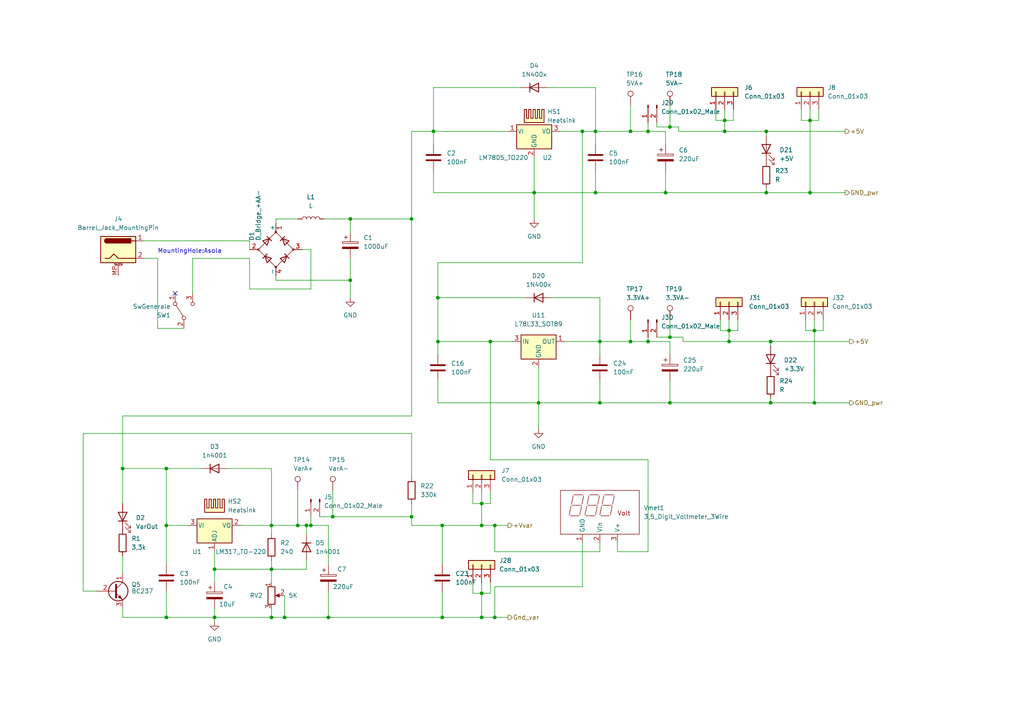
<source format=kicad_sch>
(kicad_sch (version 20211123) (generator eeschema)
  (paper "A4")
  (lib_symbols
    (symbol "Connector:Barrel_Jack_MountingPin" (pin_names hide)
      (property "Reference" "J" (at 0 5.334 0))
      (property "Value" "Barrel_Jack_MountingPin" (at 1.27 -6.35 0))
      (symbol "Barrel_Jack_MountingPin_0_1"
        (rectangle (start -5.08 3.81) (end 5.08 -3.81) (stroke (width 0.254)) (fill (type background)))
        (arc (start -3.302 3.175) (mid -3.937 2.54) (end -3.302 1.905) (stroke (width 0.254)))
        (arc (start -3.302 3.175) (mid -3.937 2.54) (end -3.302 1.905) (stroke (width 0.254)) (fill (type outline)))
        (polyline (pts (xy 5.08 2.54) (xy 3.81 2.54)) (stroke (width 0.254)))
        (polyline (pts (xy -3.81 -2.54) (xy -2.54 -2.54) (xy -1.27 -1.27) (xy 0 -2.54) (xy 2.54 -2.54) (xy 5.08 -2.54)) (stroke (width 0.254)))
        (rectangle (start 3.683 3.175) (end -3.302 1.905) (stroke (width 0.254)) (fill (type outline)))
      )
      (symbol "Barrel_Jack_MountingPin_1_1"
        (polyline (pts (xy -1.016 -4.572) (xy 1.016 -4.572)) (stroke (width 0.1524)))
        (text "Mounting" (at 0 -4.191 0) (effects (font (size 0.381 0.381))))
        (pin passive line (at 7.62 2.54 180) (length 2.54) (name "~") (number "1"))
        (pin passive line (at 7.62 -2.54 180) (length 2.54) (name "~") (number "2"))
        (pin passive line (at 0 -7.62 90) (length 3.048) (name "MountPin") (number "MP"))
      )
    )
    (symbol "Connector:Conn_01x02_Male" (pin_names (offset 1.016) hide)
      (property "Reference" "J" (at 0 2.54 0))
      (property "Value" "Conn_01x02_Male" (at 0 -5.08 0))
      (symbol "Conn_01x02_Male_1_1"
        (polyline (pts (xy 1.27 -2.54) (xy 0.8636 -2.54)) (stroke (width 0.1524)))
        (polyline (pts (xy 1.27 0) (xy 0.8636 0)) (stroke (width 0.1524)))
        (rectangle (start 0.8636 -2.413) (end 0 -2.667) (stroke (width 0.1524)) (fill (type outline)))
        (rectangle (start 0.8636 0.127) (end 0 -0.127) (stroke (width 0.1524)) (fill (type outline)))
        (pin passive line (at 5.08 0 180) (length 3.81) (name "Pin_1") (number "1"))
        (pin passive line (at 5.08 -2.54 180) (length 3.81) (name "Pin_2") (number "2"))
      )
    )
    (symbol "Connector:TestPoint" (pin_numbers hide) (pin_names (offset 0.762) hide)
      (property "Reference" "TP" (at 0 6.858 0))
      (property "Value" "TestPoint" (at 0 5.08 0))
      (symbol "TestPoint_0_1"
        (circle (center 0 3.302) (radius 0.762))
      )
      (symbol "TestPoint_1_1"
        (pin passive line (at 0 0 90) (length 2.54) (name "1") (number "1"))
      )
    )
    (symbol "Connector_Generic:Conn_01x03" (pin_names (offset 1.016) hide)
      (property "Reference" "J" (at 0 5.08 0))
      (property "Value" "Conn_01x03" (at 0 -5.08 0))
      (symbol "Conn_01x03_1_1"
        (rectangle (start -1.27 -2.413) (end 0 -2.667) (stroke (width 0.1524)))
        (rectangle (start -1.27 0.127) (end 0 -0.127) (stroke (width 0.1524)))
        (rectangle (start -1.27 2.667) (end 0 2.413) (stroke (width 0.1524)))
        (rectangle (start -1.27 3.81) (end 1.27 -3.81) (stroke (width 0.254)) (fill (type background)))
        (pin passive line (at -5.08 2.54 0) (length 3.81) (name "Pin_1") (number "1"))
        (pin passive line (at -5.08 0 0) (length 3.81) (name "Pin_2") (number "2"))
        (pin passive line (at -5.08 -2.54 0) (length 3.81) (name "Pin_3") (number "3"))
      )
    )
    (symbol "Device:C" (pin_numbers hide) (pin_names (offset 0.254))
      (property "Reference" "C" (at 0.635 2.54 0))
      (property "Value" "C" (at 0.635 -2.54 0))
      (symbol "C_0_1"
        (polyline (pts (xy -2.032 -0.762) (xy 2.032 -0.762)) (stroke (width 0.508)))
        (polyline (pts (xy -2.032 0.762) (xy 2.032 0.762)) (stroke (width 0.508)))
      )
      (symbol "C_1_1"
        (pin passive line (at 0 3.81 270) (length 2.794) (name "~") (number "1"))
        (pin passive line (at 0 -3.81 90) (length 2.794) (name "~") (number "2"))
      )
    )
    (symbol "Device:C_Polarized" (pin_numbers hide) (pin_names (offset 0.254))
      (property "Reference" "C" (at 0.635 2.54 0))
      (property "Value" "C_Polarized" (at 0.635 -2.54 0))
      (symbol "C_Polarized_0_1"
        (rectangle (start -2.286 0.508) (end 2.286 1.016))
        (polyline (pts (xy -1.778 2.286) (xy -0.762 2.286)))
        (polyline (pts (xy -1.27 2.794) (xy -1.27 1.778)))
        (rectangle (start 2.286 -0.508) (end -2.286 -1.016) (fill (type outline)))
      )
      (symbol "C_Polarized_1_1"
        (pin passive line (at 0 3.81 270) (length 2.794) (name "~") (number "1"))
        (pin passive line (at 0 -3.81 90) (length 2.794) (name "~") (number "2"))
      )
    )
    (symbol "Device:D" (pin_numbers hide) (pin_names (offset 1.016) hide)
      (property "Reference" "D" (at 0 2.54 0))
      (property "Value" "D" (at 0 -2.54 0))
      (symbol "D_0_1"
        (polyline (pts (xy -1.27 1.27) (xy -1.27 -1.27)) (stroke (width 0.254)))
        (polyline (pts (xy 1.27 0) (xy -1.27 0)))
        (polyline (pts (xy 1.27 1.27) (xy 1.27 -1.27) (xy -1.27 0) (xy 1.27 1.27)) (stroke (width 0.254)))
      )
      (symbol "D_1_1"
        (pin passive line (at -3.81 0 0) (length 2.54) (name "K") (number "1"))
        (pin passive line (at 3.81 0 180) (length 2.54) (name "A") (number "2"))
      )
    )
    (symbol "Device:D_Bridge_+AA-" (pin_names (offset 0))
      (property "Reference" "D" (at 2.54 6.985 0))
      (property "Value" "D_Bridge_+AA-" (at 2.54 5.08 0))
      (symbol "D_Bridge_+AA-_0_1"
        (circle (center -5.08 0) (radius 0.254) (fill (type outline)))
        (circle (center 0 -5.08) (radius 0.254) (fill (type outline)))
        (polyline (pts (xy -2.54 3.81) (xy -1.27 2.54)) (stroke (width 0.254)))
        (polyline (pts (xy -1.27 -2.54) (xy -2.54 -3.81)) (stroke (width 0.254)))
        (polyline (pts (xy 2.54 -1.27) (xy 3.81 -2.54)) (stroke (width 0.254)))
        (polyline (pts (xy 2.54 1.27) (xy 3.81 2.54)) (stroke (width 0.254)))
        (polyline (pts (xy -3.81 2.54) (xy -2.54 1.27) (xy -1.905 3.175) (xy -3.81 2.54)) (stroke (width 0.254)))
        (polyline (pts (xy -2.54 -1.27) (xy -3.81 -2.54) (xy -1.905 -3.175) (xy -2.54 -1.27)) (stroke (width 0.254)))
        (polyline (pts (xy 1.27 2.54) (xy 2.54 3.81) (xy 3.175 1.905) (xy 1.27 2.54)) (stroke (width 0.254)))
        (polyline (pts (xy 3.175 -1.905) (xy 1.27 -2.54) (xy 2.54 -3.81) (xy 3.175 -1.905)) (stroke (width 0.254)))
        (polyline (pts (xy -5.08 0) (xy 0 -5.08) (xy 5.08 0) (xy 0 5.08) (xy -5.08 0)))
        (circle (center 0 5.08) (radius 0.254) (fill (type outline)))
        (circle (center 5.08 0) (radius 0.254) (fill (type outline)))
      )
      (symbol "D_Bridge_+AA-_1_1"
        (pin passive line (at 7.62 0 180) (length 2.54) (name "+") (number "1"))
        (pin passive line (at 0 7.62 270) (length 2.54) (name "~") (number "2"))
        (pin passive line (at 0 -7.62 90) (length 2.54) (name "~") (number "3"))
        (pin passive line (at -7.62 0 0) (length 2.54) (name "-") (number "4"))
      )
    )
    (symbol "Device:L" (pin_numbers hide) (pin_names (offset 1.016) hide)
      (property "Reference" "L" (at -1.27 0 90))
      (property "Value" "L" (at 1.905 0 90))
      (symbol "L_0_1"
        (arc (start 0 -2.54) (mid 0.635 -1.905) (end 0 -1.27))
        (arc (start 0 -1.27) (mid 0.635 -0.635) (end 0 0))
        (arc (start 0 0) (mid 0.635 0.635) (end 0 1.27))
        (arc (start 0 1.27) (mid 0.635 1.905) (end 0 2.54))
      )
      (symbol "L_1_1"
        (pin passive line (at 0 3.81 270) (length 1.27) (name "1") (number "1"))
        (pin passive line (at 0 -3.81 90) (length 1.27) (name "2") (number "2"))
      )
    )
    (symbol "Device:LED" (pin_numbers hide) (pin_names (offset 1.016) hide)
      (property "Reference" "D" (at 0 2.54 0))
      (property "Value" "LED" (at 0 -2.54 0))
      (symbol "LED_0_1"
        (polyline (pts (xy -1.27 -1.27) (xy -1.27 1.27)) (stroke (width 0.254)))
        (polyline (pts (xy -1.27 0) (xy 1.27 0)))
        (polyline (pts (xy 1.27 -1.27) (xy 1.27 1.27) (xy -1.27 0) (xy 1.27 -1.27)) (stroke (width 0.254)))
        (polyline (pts (xy -3.048 -0.762) (xy -4.572 -2.286) (xy -3.81 -2.286) (xy -4.572 -2.286) (xy -4.572 -1.524)))
        (polyline (pts (xy -1.778 -0.762) (xy -3.302 -2.286) (xy -2.54 -2.286) (xy -3.302 -2.286) (xy -3.302 -1.524)))
      )
      (symbol "LED_1_1"
        (pin passive line (at -3.81 0 0) (length 2.54) (name "K") (number "1"))
        (pin passive line (at 3.81 0 180) (length 2.54) (name "A") (number "2"))
      )
    )
    (symbol "Device:R" (pin_numbers hide) (pin_names (offset 0))
      (property "Reference" "R" (at 2.032 0 90))
      (property "Value" "R" (at 0 0 90))
      (symbol "R_0_1"
        (rectangle (start -1.016 -2.54) (end 1.016 2.54) (stroke (width 0.254)))
      )
      (symbol "R_1_1"
        (pin passive line (at 0 3.81 270) (length 1.27) (name "~") (number "1"))
        (pin passive line (at 0 -3.81 90) (length 1.27) (name "~") (number "2"))
      )
    )
    (symbol "Device:R_Potentiometer" (pin_names (offset 1.016) hide)
      (property "Reference" "RV" (at -4.445 0 90))
      (property "Value" "R_Potentiometer" (at -2.54 0 90))
      (symbol "R_Potentiometer_0_1"
        (polyline (pts (xy 2.54 0) (xy 1.524 0)))
        (polyline (pts (xy 1.143 0) (xy 2.286 0.508) (xy 2.286 -0.508) (xy 1.143 0)) (fill (type outline)))
        (rectangle (start 1.016 2.54) (end -1.016 -2.54) (stroke (width 0.254)))
      )
      (symbol "R_Potentiometer_1_1"
        (pin passive line (at 0 3.81 270) (length 1.27) (name "1") (number "1"))
        (pin passive line (at 3.81 0 180) (length 1.27) (name "2") (number "2"))
        (pin passive line (at 0 -3.81 90) (length 1.27) (name "3") (number "3"))
      )
    )
    (symbol "DigitalInstruments:3,5_Digit_Voltmeter_3Wire"
      (property "Reference" "Vmet" (at 0 12.192 0))
      (property "Value" "3,5_Digit_Voltmeter_3Wire" (at 0.381 9.525 0))
      (symbol "3,5_Digit_Voltmeter_3Wire_0_0"
        (text "Volt" (at 6.985 1.016 0) (effects (font (size 1.27 1.27))))
      )
      (symbol "3,5_Digit_Voltmeter_3Wire_0_1"
        (rectangle (start -11.43 7.62) (end 11.43 -5.08))
        (polyline (pts (xy -8.89 0.508) (xy -8.382 3.048)))
        (polyline (pts (xy -7.747 6.096) (xy -8.255 3.556)))
        (polyline (pts (xy -7.493 6.35) (xy -4.953 6.35)))
        (polyline (pts (xy -6.096 0.254) (xy -8.636 0.254)))
        (polyline (pts (xy -5.842 0.508) (xy -5.334 3.048)))
        (polyline (pts (xy -5.461 3.302) (xy -8.001 3.302)))
        (polyline (pts (xy -4.699 6.096) (xy -5.207 3.556)))
        (polyline (pts (xy -4.318 0.508) (xy -3.81 3.048)))
        (polyline (pts (xy -3.175 6.096) (xy -3.683 3.556)))
        (polyline (pts (xy -2.921 6.35) (xy -0.381 6.35)))
        (polyline (pts (xy -1.524 0.254) (xy -4.064 0.254)))
        (polyline (pts (xy -1.27 0.508) (xy -0.762 3.048)))
        (polyline (pts (xy -0.889 3.302) (xy -3.429 3.302)))
        (polyline (pts (xy -0.127 6.096) (xy -0.635 3.556)))
        (polyline (pts (xy 0 0.508) (xy 0.508 3.048)))
        (polyline (pts (xy 1.143 6.096) (xy 0.635 3.556)))
        (polyline (pts (xy 1.397 6.35) (xy 3.937 6.35)))
        (polyline (pts (xy 2.794 0.254) (xy 0.254 0.254)))
        (polyline (pts (xy 3.048 0.508) (xy 3.556 3.048)))
        (polyline (pts (xy 3.429 3.302) (xy 0.889 3.302)))
        (polyline (pts (xy 4.191 6.096) (xy 3.683 3.556)))
      )
      (symbol "3,5_Digit_Voltmeter_3Wire_1_1"
        (pin power_in line (at -5.08 -7.62 90) (length 2.54) (name "GND") (number "1"))
        (pin input line (at 0 -7.62 90) (length 2.54) (name "Vin") (number "2"))
        (pin power_in line (at 5.08 -7.62 90) (length 2.54) (name "V+") (number "3"))
      )
    )
    (symbol "GND_1" (power) (pin_names (offset 0))
      (property "Value" "GND_1" (at 0 -3.81 0))
      (symbol "GND_1_0_1"
        (polyline (pts (xy 0 0) (xy 0 -1.27) (xy 1.27 -1.27) (xy 0 -2.54) (xy -1.27 -1.27) (xy 0 -1.27)))
      )
      (symbol "GND_1_1_1"
        (pin power_in line (at 0 0 270) (length 0) hide (name "GND") (number "1"))
      )
    )
    (symbol "Mechanical:Heatsink" (pin_names (offset 1.016))
      (property "Reference" "HS" (at 0 5.08 0))
      (property "Value" "Heatsink" (at 0 -1.27 0))
      (symbol "Heatsink_0_1"
        (polyline (pts (xy -0.3302 1.27) (xy -0.9652 1.27) (xy -0.9652 3.81) (xy -1.6002 3.81) (xy -1.6002 1.27) (xy -2.2352 1.27) (xy -2.2352 3.81) (xy -2.8702 3.81) (xy -2.8702 0) (xy -0.9652 0)) (stroke (width 0.254)) (fill (type background)))
        (polyline (pts (xy -0.3302 1.27) (xy -0.3302 3.81) (xy 0.3048 3.81) (xy 0.3048 1.27) (xy 0.9398 1.27) (xy 0.9398 3.81) (xy 1.5748 3.81) (xy 1.5748 1.27) (xy 2.2098 1.27) (xy 2.2098 3.81) (xy 2.8448 3.81) (xy 2.8448 0) (xy -0.9652 0)) (stroke (width 0.254)) (fill (type background)))
      )
    )
    (symbol "Regulator_Linear:L78L33_SOT89" (pin_names (offset 0.254))
      (property "Reference" "U" (at -3.81 3.175 0))
      (property "Value" "L78L33_SOT89" (at -0.635 3.175 0))
      (symbol "L78L33_SOT89_0_1"
        (rectangle (start -5.08 1.905) (end 5.08 -5.08) (stroke (width 0.254)) (fill (type background)))
      )
      (symbol "L78L33_SOT89_1_1"
        (pin power_out line (at 7.62 0 180) (length 2.54) (name "OUT") (number "1"))
        (pin power_in line (at 0 -7.62 90) (length 2.54) (name "GND") (number "2"))
        (pin power_in line (at -7.62 0 0) (length 2.54) (name "IN") (number "3"))
      )
    )
    (symbol "Regulator_Linear:LM317_TO-220" (pin_names (offset 0.254))
      (property "Reference" "U" (at -3.81 3.175 0))
      (property "Value" "LM317_TO-220" (at 0 3.175 0))
      (symbol "LM317_TO-220_0_1"
        (rectangle (start -5.08 1.905) (end 5.08 -5.08) (stroke (width 0.254)) (fill (type background)))
      )
      (symbol "LM317_TO-220_1_1"
        (pin input line (at 0 -7.62 90) (length 2.54) (name "ADJ") (number "1"))
        (pin power_out line (at 7.62 0 180) (length 2.54) (name "VO") (number "2"))
        (pin power_in line (at -7.62 0 0) (length 2.54) (name "VI") (number "3"))
      )
    )
    (symbol "Regulator_Linear:LM7805_TO220" (pin_names (offset 0.254))
      (property "Reference" "U" (at -3.81 3.175 0))
      (property "Value" "LM7805_TO220" (at 0 3.175 0))
      (symbol "LM7805_TO220_0_1"
        (rectangle (start -5.08 1.905) (end 5.08 -5.08) (stroke (width 0.254)) (fill (type background)))
      )
      (symbol "LM7805_TO220_1_1"
        (pin power_in line (at -7.62 0 0) (length 2.54) (name "VI") (number "1"))
        (pin power_in line (at 0 -7.62 90) (length 2.54) (name "GND") (number "2"))
        (pin power_out line (at 7.62 0 180) (length 2.54) (name "VO") (number "3"))
      )
    )
    (symbol "Switch:SW_SPDT" (pin_names (offset 0) hide)
      (property "Reference" "SW" (at 0 4.318 0))
      (property "Value" "SW_SPDT" (at 0 -5.08 0))
      (symbol "SW_SPDT_0_0"
        (circle (center -2.032 0) (radius 0.508))
        (circle (center 2.032 -2.54) (radius 0.508))
      )
      (symbol "SW_SPDT_0_1"
        (polyline (pts (xy -1.524 0.254) (xy 1.651 2.286)))
        (circle (center 2.032 2.54) (radius 0.508))
      )
      (symbol "SW_SPDT_1_1"
        (pin passive line (at 5.08 2.54 180) (length 2.54) (name "A") (number "1"))
        (pin passive line (at -5.08 0 0) (length 2.54) (name "B") (number "2"))
        (pin passive line (at 5.08 -2.54 180) (length 2.54) (name "C") (number "3"))
      )
    )
    (symbol "Transistor_BJT:BC237" (pin_names (offset 0) hide)
      (property "Reference" "Q" (at 5.08 1.905 0))
      (property "Value" "BC237" (at 5.08 0 0))
      (symbol "BC237_0_1"
        (polyline (pts (xy 0 0) (xy 0.635 0)))
        (polyline (pts (xy 0.635 0.635) (xy 2.54 2.54)))
        (polyline (pts (xy 0.635 -0.635) (xy 2.54 -2.54) (xy 2.54 -2.54)))
        (polyline (pts (xy 0.635 1.905) (xy 0.635 -1.905) (xy 0.635 -1.905)) (stroke (width 0.508)))
        (polyline (pts (xy 1.27 -1.778) (xy 1.778 -1.27) (xy 2.286 -2.286) (xy 1.27 -1.778) (xy 1.27 -1.778)) (fill (type outline)))
        (circle (center 1.27 0) (radius 2.8194) (stroke (width 0.254)))
      )
      (symbol "BC237_1_1"
        (pin passive line (at 2.54 5.08 270) (length 2.54) (name "C") (number "1"))
        (pin input line (at -5.08 0 0) (length 5.08) (name "B") (number "2"))
        (pin passive line (at 2.54 -5.08 90) (length 2.54) (name "E") (number "3"))
      )
    )
    (symbol "power:GND" (power) (pin_names (offset 0))
      (property "Value" "GND" (at 0 -3.81 0))
      (symbol "GND_0_1"
        (polyline (pts (xy 0 0) (xy 0 -1.27) (xy 1.27 -1.27) (xy 0 -2.54) (xy -1.27 -1.27) (xy 0 -1.27)))
      )
      (symbol "GND_1_1"
        (pin power_in line (at 0 0 270) (length 0) hide (name "GND") (number "1"))
      )
    )
  )
  (junction (at 222.25 55.88))
  (junction (at 95.25 179.07))
  (junction (at 139.7 146.05))
  (junction (at 48.26 152.4))
  (junction (at 211.455 99.06))
  (junction (at 234.95 55.88))
  (junction (at 168.91 38.1))
  (junction (at 154.94 55.88))
  (junction (at 86.36 152.4))
  (junction (at 236.22 95.885))
  (junction (at 90.17 152.4))
  (junction (at 101.6 63.5))
  (junction (at 182.88 99.06))
  (junction (at 223.52 116.84))
  (junction (at 173.99 99.06))
  (junction (at 211.455 95.885))
  (junction (at 62.23 179.07))
  (junction (at 173.99 116.84))
  (junction (at 82.55 179.07))
  (junction (at 48.26 135.89))
  (junction (at 88.9 152.4))
  (junction (at 210.185 38.1))
  (junction (at 193.04 55.88))
  (junction (at 210.185 34.925))
  (junction (at 182.88 38.1))
  (junction (at 119.38 149.86))
  (junction (at 62.23 165.1))
  (junction (at 48.26 179.07))
  (junction (at 187.96 99.06))
  (junction (at 35.56 135.89))
  (junction (at 78.74 179.07))
  (junction (at 128.27 152.4))
  (junction (at 143.51 179.07))
  (junction (at 139.7 152.4))
  (junction (at 139.7 179.07))
  (junction (at 194.31 36.83))
  (junction (at 223.52 99.06))
  (junction (at 172.72 55.88))
  (junction (at 96.52 149.86))
  (junction (at 187.96 38.1))
  (junction (at 125.73 38.1))
  (junction (at 142.24 99.06))
  (junction (at 236.22 116.84))
  (junction (at 127 99.06))
  (junction (at 127 86.36))
  (junction (at 78.74 165.1))
  (junction (at 119.38 63.5))
  (junction (at 156.21 116.84))
  (junction (at 139.7 172.085))
  (junction (at 78.74 152.4))
  (junction (at 128.27 179.07))
  (junction (at 172.72 38.1))
  (junction (at 194.31 97.79))
  (junction (at 101.6 81.28))
  (junction (at 194.31 116.84))
  (junction (at 234.95 34.925))
  (junction (at 143.51 152.4))
  (junction (at 222.25 38.1))
  (no_connect (at 50.8 85.09))
  (wire (pts (xy 211.455 92.71) (xy 211.455 95.885)))
  (wire (pts (xy 168.91 76.2) (xy 127 76.2)))
  (wire (pts (xy 182.88 38.1) (xy 187.96 38.1)))
  (wire (pts (xy 139.7 172.085) (xy 139.7 179.07)))
  (wire (pts (xy 101.6 63.5) (xy 119.38 63.5)))
  (wire (pts (xy 172.72 38.1) (xy 172.72 41.91)))
  (wire (pts (xy 125.73 41.91) (xy 125.73 38.1)))
  (wire (pts (xy 90.17 83.82) (xy 90.17 72.39)))
  (wire (pts (xy 143.51 170.18) (xy 168.91 170.18)))
  (wire (pts (xy 93.98 63.5) (xy 101.6 63.5)))
  (wire (pts (xy 237.49 31.75) (xy 237.49 34.925)))
  (wire (pts (xy 139.7 142.875) (xy 139.7 146.05)))
  (wire (pts (xy 35.56 120.65) (xy 35.56 135.89)))
  (wire (pts (xy 142.24 133.35) (xy 187.96 133.35)))
  (wire (pts (xy 137.16 168.91) (xy 137.16 172.085)))
  (wire (pts (xy 35.56 135.89) (xy 35.56 146.05)))
  (wire (pts (xy 173.99 116.84) (xy 194.31 116.84)))
  (wire (pts (xy 127 116.84) (xy 156.21 116.84)))
  (wire (pts (xy 168.91 157.48) (xy 168.91 170.18)))
  (wire (pts (xy 212.725 31.75) (xy 212.725 34.925)))
  (wire (pts (xy 211.455 95.885) (xy 213.995 95.885)))
  (wire (pts (xy 80.01 81.28) (xy 101.6 81.28)))
  (wire (pts (xy 139.7 146.05) (xy 139.7 152.4)))
  (wire (pts (xy 86.36 152.4) (xy 88.9 152.4)))
  (wire (pts (xy 142.24 99.06) (xy 142.24 133.35)))
  (wire (pts (xy 210.185 31.75) (xy 210.185 34.925)))
  (wire (pts (xy 234.95 55.88) (xy 245.11 55.88)))
  (wire (pts (xy 223.52 115.57) (xy 223.52 116.84)))
  (wire (pts (xy 193.04 38.1) (xy 193.04 41.91)))
  (wire (pts (xy 194.31 99.06) (xy 194.31 102.87)))
  (wire (pts (xy 24.13 125.73) (xy 24.13 171.45)))
  (wire (pts (xy 173.99 110.49) (xy 173.99 116.84)))
  (wire (pts (xy 119.38 125.73) (xy 24.13 125.73)))
  (wire (pts (xy 48.26 152.4) (xy 54.61 152.4)))
  (wire (pts (xy 125.73 49.53) (xy 125.73 55.88)))
  (wire (pts (xy 119.38 152.4) (xy 128.27 152.4)))
  (wire (pts (xy 222.25 55.88) (xy 234.95 55.88)))
  (wire (pts (xy 210.185 34.925) (xy 210.185 38.1)))
  (wire (pts (xy 222.25 38.1) (xy 245.11 38.1)))
  (wire (pts (xy 158.75 25.4) (xy 172.72 25.4)))
  (wire (pts (xy 223.52 99.06) (xy 223.52 100.33)))
  (wire (pts (xy 143.51 170.18) (xy 143.51 179.07)))
  (wire (pts (xy 137.16 172.085) (xy 139.7 172.085)))
  (wire (pts (xy 142.24 142.875) (xy 142.24 146.05)))
  (wire (pts (xy 173.99 157.48) (xy 173.99 160.02)))
  (wire (pts (xy 156.21 116.84) (xy 156.21 124.46)))
  (wire (pts (xy 198.12 99.06) (xy 211.455 99.06)))
  (wire (pts (xy 139.7 168.91) (xy 139.7 172.085)))
  (wire (pts (xy 128.27 179.07) (xy 139.7 179.07)))
  (wire (pts (xy 92.71 149.86) (xy 96.52 149.86)))
  (wire (pts (xy 194.31 97.79) (xy 198.12 97.79)))
  (wire (pts (xy 236.22 116.84) (xy 246.38 116.84)))
  (wire (pts (xy 35.56 161.29) (xy 35.56 166.37)))
  (wire (pts (xy 125.73 38.1) (xy 147.32 38.1)))
  (wire (pts (xy 168.91 38.1) (xy 168.91 76.2)))
  (wire (pts (xy 187.96 160.02) (xy 179.07 160.02)))
  (wire (pts (xy 187.96 133.35) (xy 187.96 160.02)))
  (wire (pts (xy 128.27 152.4) (xy 128.27 163.83)))
  (wire (pts (xy 127 102.87) (xy 127 99.06)))
  (wire (pts (xy 88.9 152.4) (xy 88.9 154.94)))
  (wire (pts (xy 86.36 142.24) (xy 86.36 152.4)))
  (wire (pts (xy 86.36 63.5) (xy 80.01 63.5)))
  (wire (pts (xy 142.24 168.91) (xy 142.24 172.085)))
  (wire (pts (xy 78.74 176.53) (xy 78.74 179.07)))
  (wire (pts (xy 194.31 92.71) (xy 194.31 97.79)))
  (wire (pts (xy 119.38 120.65) (xy 35.56 120.65)))
  (wire (pts (xy 78.74 162.56) (xy 78.74 165.1)))
  (wire (pts (xy 143.51 179.07) (xy 147.32 179.07)))
  (wire (pts (xy 62.23 160.02) (xy 62.23 165.1)))
  (wire (pts (xy 119.38 63.5) (xy 119.38 120.65)))
  (wire (pts (xy 119.38 149.86) (xy 119.38 152.4)))
  (wire (pts (xy 151.13 25.4) (xy 125.73 25.4)))
  (wire (pts (xy 198.12 97.79) (xy 198.12 99.06)))
  (wire (pts (xy 207.645 34.925) (xy 210.185 34.925)))
  (wire (pts (xy 90.17 149.86) (xy 90.17 152.4)))
  (wire (pts (xy 95.25 152.4) (xy 95.25 163.83)))
  (wire (pts (xy 152.4 86.36) (xy 127 86.36)))
  (wire (pts (xy 88.9 152.4) (xy 90.17 152.4)))
  (wire (pts (xy 137.16 146.05) (xy 139.7 146.05)))
  (wire (pts (xy 234.95 31.75) (xy 234.95 34.925)))
  (wire (pts (xy 173.99 99.06) (xy 173.99 102.87)))
  (wire (pts (xy 168.91 38.1) (xy 172.72 38.1)))
  (wire (pts (xy 90.17 152.4) (xy 95.25 152.4)))
  (wire (pts (xy 236.22 92.71) (xy 236.22 95.885)))
  (wire (pts (xy 35.56 176.53) (xy 35.56 179.07)))
  (wire (pts (xy 182.88 30.48) (xy 182.88 38.1)))
  (wire (pts (xy 119.38 146.05) (xy 119.38 149.86)))
  (wire (pts (xy 236.22 95.885) (xy 238.76 95.885)))
  (wire (pts (xy 35.56 135.89) (xy 48.26 135.89)))
  (wire (pts (xy 194.31 36.83) (xy 194.31 30.48)))
  (wire (pts (xy 41.91 69.85) (xy 72.39 69.85)))
  (wire (pts (xy 69.85 152.4) (xy 78.74 152.4)))
  (wire (pts (xy 72.39 83.82) (xy 90.17 83.82)))
  (wire (pts (xy 234.95 34.925) (xy 237.49 34.925)))
  (wire (pts (xy 78.74 152.4) (xy 78.74 135.89)))
  (wire (pts (xy 222.25 38.1) (xy 222.25 39.37)))
  (wire (pts (xy 101.6 74.93) (xy 101.6 81.28)))
  (wire (pts (xy 211.455 99.06) (xy 223.52 99.06)))
  (wire (pts (xy 211.455 95.885) (xy 211.455 99.06)))
  (wire (pts (xy 78.74 152.4) (xy 78.74 154.94)))
  (wire (pts (xy 232.41 31.75) (xy 232.41 34.925)))
  (wire (pts (xy 194.31 116.84) (xy 223.52 116.84)))
  (wire (pts (xy 48.26 179.07) (xy 62.23 179.07)))
  (wire (pts (xy 173.99 99.06) (xy 182.88 99.06)))
  (wire (pts (xy 125.73 25.4) (xy 125.73 38.1)))
  (wire (pts (xy 90.17 72.39) (xy 87.63 72.39)))
  (wire (pts (xy 96.52 149.86) (xy 119.38 149.86)))
  (wire (pts (xy 156.21 106.68) (xy 156.21 116.84)))
  (wire (pts (xy 119.38 38.1) (xy 119.38 63.5)))
  (wire (pts (xy 143.51 152.4) (xy 147.32 152.4)))
  (wire (pts (xy 55.88 74.93) (xy 72.39 74.93)))
  (wire (pts (xy 35.56 179.07) (xy 48.26 179.07)))
  (wire (pts (xy 101.6 81.28) (xy 101.6 86.36)))
  (wire (pts (xy 190.5 97.79) (xy 194.31 97.79)))
  (wire (pts (xy 72.39 74.93) (xy 72.39 83.82)))
  (wire (pts (xy 233.68 92.71) (xy 233.68 95.885)))
  (wire (pts (xy 187.96 35.56) (xy 187.96 38.1)))
  (wire (pts (xy 101.6 63.5) (xy 101.6 67.31)))
  (wire (pts (xy 187.96 38.1) (xy 193.04 38.1)))
  (wire (pts (xy 119.38 38.1) (xy 125.73 38.1)))
  (wire (pts (xy 78.74 165.1) (xy 62.23 165.1)))
  (wire (pts (xy 172.72 38.1) (xy 182.88 38.1)))
  (wire (pts (xy 88.9 165.1) (xy 88.9 162.56)))
  (wire (pts (xy 95.25 179.07) (xy 95.25 171.45)))
  (wire (pts (xy 80.01 80.01) (xy 80.01 81.28)))
  (wire (pts (xy 48.26 152.4) (xy 48.26 163.83)))
  (wire (pts (xy 48.26 135.89) (xy 48.26 152.4)))
  (wire (pts (xy 196.85 38.1) (xy 210.185 38.1)))
  (wire (pts (xy 236.22 95.885) (xy 236.22 116.84)))
  (wire (pts (xy 80.01 63.5) (xy 80.01 64.77)))
  (wire (pts (xy 127 110.49) (xy 127 116.84)))
  (wire (pts (xy 78.74 179.07) (xy 82.55 179.07)))
  (wire (pts (xy 187.96 97.79) (xy 187.96 99.06)))
  (wire (pts (xy 58.42 135.89) (xy 48.26 135.89)))
  (wire (pts (xy 41.91 74.93) (xy 45.72 74.93)))
  (wire (pts (xy 82.55 179.07) (xy 95.25 179.07)))
  (wire (pts (xy 142.24 99.06) (xy 148.59 99.06)))
  (wire (pts (xy 154.94 55.88) (xy 172.72 55.88)))
  (wire (pts (xy 154.94 45.72) (xy 154.94 55.88)))
  (wire (pts (xy 163.83 99.06) (xy 173.99 99.06)))
  (wire (pts (xy 139.7 152.4) (xy 143.51 152.4)))
  (wire (pts (xy 127 86.36) (xy 127 99.06)))
  (wire (pts (xy 96.52 142.24) (xy 96.52 149.86)))
  (wire (pts (xy 222.25 54.61) (xy 222.25 55.88)))
  (wire (pts (xy 234.95 34.925) (xy 234.95 55.88)))
  (wire (pts (xy 55.88 74.93) (xy 55.88 85.09)))
  (wire (pts (xy 53.34 95.25) (xy 45.72 95.25)))
  (wire (pts (xy 210.185 34.925) (xy 212.725 34.925)))
  (wire (pts (xy 78.74 152.4) (xy 86.36 152.4)))
  (wire (pts (xy 160.02 86.36) (xy 173.99 86.36)))
  (wire (pts (xy 139.7 172.085) (xy 142.24 172.085)))
  (wire (pts (xy 223.52 116.84) (xy 236.22 116.84)))
  (wire (pts (xy 125.73 55.88) (xy 154.94 55.88)))
  (wire (pts (xy 173.99 86.36) (xy 173.99 99.06)))
  (wire (pts (xy 78.74 165.1) (xy 78.74 168.91)))
  (wire (pts (xy 223.52 99.06) (xy 246.38 99.06)))
  (wire (pts (xy 194.31 110.49) (xy 194.31 116.84)))
  (wire (pts (xy 208.915 95.885) (xy 211.455 95.885)))
  (wire (pts (xy 190.5 36.83) (xy 194.31 36.83)))
  (wire (pts (xy 190.5 35.56) (xy 190.5 36.83)))
  (wire (pts (xy 127 99.06) (xy 142.24 99.06)))
  (wire (pts (xy 62.23 165.1) (xy 62.23 168.91)))
  (wire (pts (xy 128.27 152.4) (xy 139.7 152.4)))
  (wire (pts (xy 139.7 179.07) (xy 143.51 179.07)))
  (wire (pts (xy 127 76.2) (xy 127 86.36)))
  (wire (pts (xy 182.88 99.06) (xy 187.96 99.06)))
  (wire (pts (xy 232.41 34.925) (xy 234.95 34.925)))
  (wire (pts (xy 179.07 160.02) (xy 179.07 157.48)))
  (wire (pts (xy 128.27 171.45) (xy 128.27 179.07)))
  (wire (pts (xy 45.72 74.93) (xy 45.72 95.25)))
  (wire (pts (xy 238.76 92.71) (xy 238.76 95.885)))
  (wire (pts (xy 196.85 36.83) (xy 196.85 38.1)))
  (wire (pts (xy 78.74 165.1) (xy 88.9 165.1)))
  (wire (pts (xy 139.7 146.05) (xy 142.24 146.05)))
  (wire (pts (xy 213.995 92.71) (xy 213.995 95.885)))
  (wire (pts (xy 207.645 31.75) (xy 207.645 34.925)))
  (wire (pts (xy 62.23 176.53) (xy 62.23 179.07)))
  (wire (pts (xy 193.04 49.53) (xy 193.04 55.88)))
  (wire (pts (xy 62.23 179.07) (xy 62.23 180.34)))
  (wire (pts (xy 95.25 179.07) (xy 128.27 179.07)))
  (wire (pts (xy 193.04 55.88) (xy 222.25 55.88)))
  (wire (pts (xy 187.96 99.06) (xy 194.31 99.06)))
  (wire (pts (xy 172.72 55.88) (xy 193.04 55.88)))
  (wire (pts (xy 78.74 135.89) (xy 66.04 135.89)))
  (wire (pts (xy 162.56 38.1) (xy 168.91 38.1)))
  (wire (pts (xy 172.72 25.4) (xy 172.72 38.1)))
  (wire (pts (xy 208.915 92.71) (xy 208.915 95.885)))
  (wire (pts (xy 143.51 160.02) (xy 143.51 152.4)))
  (wire (pts (xy 143.51 160.02) (xy 173.99 160.02)))
  (wire (pts (xy 154.94 55.88) (xy 154.94 63.5)))
  (wire (pts (xy 172.72 49.53) (xy 172.72 55.88)))
  (wire (pts (xy 72.39 69.85) (xy 72.39 72.39)))
  (wire (pts (xy 119.38 138.43) (xy 119.38 125.73)))
  (wire (pts (xy 156.21 116.84) (xy 173.99 116.84)))
  (wire (pts (xy 210.185 38.1) (xy 222.25 38.1)))
  (wire (pts (xy 182.88 92.71) (xy 182.88 99.06)))
  (wire (pts (xy 233.68 95.885) (xy 236.22 95.885)))
  (wire (pts (xy 24.13 171.45) (xy 27.94 171.45)))
  (wire (pts (xy 194.31 36.83) (xy 196.85 36.83)))
  (wire (pts (xy 62.23 179.07) (xy 78.74 179.07)))
  (wire (pts (xy 82.55 172.72) (xy 82.55 179.07)))
  (wire (pts (xy 48.26 171.45) (xy 48.26 179.07)))
  (wire (pts (xy 137.16 142.875) (xy 137.16 146.05)))
  (text "MountingHole:Asola" (at 45.72 73.66 0) (effects (font (size 1.27 1.27)) (justify left bottom)))
  (hierarchical_label "+5V" (shape output) (at 246.38 99.06 0))
  (hierarchical_label "Gnd_var" (shape output) (at 147.32 179.07 0))
  (hierarchical_label "+5V" (shape output) (at 245.11 38.1 0))
  (hierarchical_label "GND_pwr" (shape output) (at 246.38 116.84 0))
  (hierarchical_label "GND_pwr" (shape output) (at 245.11 55.88 0))
  (hierarchical_label "+Vvar" (shape output) (at 147.32 152.4 0))
  (symbol (lib_id "Device:R_Potentiometer") (at 78.74 172.72 0) (unit 1)
    (property "Reference" "RV2" (at 76.2 172.72 0) (effects (justify right)))
    (property "Value" "5K" (at 86.36 172.72 0) (effects (justify right)))
    (property "Footprint" "Potentiometer_THT:Potentiometer_Omeg_PC16BU_Vertical" (effects hide))
  )
  (symbol (lib_id "Device:C") (at 128.27 167.64 0) (unit 1)
    (property "Reference" "C23" (at 132.08 166.3699 0) (effects (justify left)))
    (property "Value" "100nF" (at 132.08 168.9099 0) (effects (justify left)))
    (property "Footprint" "Capacitor_THT:C_Disc_D7.0mm_W2.5mm_P5.00mm" (effects hide))
  )
  (symbol (lib_id "power:GND") (at 101.6 86.36 0) (unit 1)
    (property "Reference" "#PWR0106" (effects hide))
    (property "Value" "GND" (at 101.6 91.44 0))
  )
  (symbol (lib_id "Connector_Generic:Conn_01x03") (at 139.7 163.83 90) (unit 1)
    (property "Reference" "J28" (at 144.78 162.5599 90) (effects (justify right)))
    (property "Value" "Conn_01x03" (at 144.78 165.0999 90) (effects (justify right)))
    (property "Footprint" "Connector_PinHeader_2.54mm:PinHeader_1x03_P2.54mm_Vertical" (effects hide))
  )
  (symbol (lib_id "power:GND") (at 154.94 63.5 0) (unit 1)
    (property "Reference" "#PWR02" (effects hide))
    (property "Value" "GND" (at 154.94 68.58 0))
  )
  (symbol (lib_id "Device:D") (at 62.23 135.89 0) (unit 1)
    (property "Reference" "D3" (at 62.23 129.54 0))
    (property "Value" "1n4001" (at 62.23 132.08 0))
    (property "Footprint" "Diode_THT:D_A-405_P10.16mm_Horizontal" (effects hide))
  )
  (symbol (lib_id "Mechanical:Heatsink") (at 154.94 35.56 0) (unit 1)
    (property "Reference" "HS1" (at 158.75 32.3849 0) (effects (justify left)))
    (property "Value" "Heatsink" (at 158.75 34.9249 0) (effects (justify left)))
    (property "Footprint" "Heatsink2:Heatsink_28x25_Horiz" (effects hide))
  )
  (symbol (lib_id "Connector_Generic:Conn_01x03") (at 210.185 26.67 90) (unit 1)
    (property "Reference" "J6" (at 215.9 25.3999 90) (effects (justify right)))
    (property "Value" "Conn_01x03" (at 215.9 27.9399 90) (effects (justify right)))
    (property "Footprint" "Connector_PinHeader_2.54mm:PinHeader_1x03_P2.54mm_Vertical" (effects hide))
  )
  (symbol (lib_id "Device:C_Polarized") (at 101.6 71.12 0) (unit 1)
    (property "Reference" "C1" (at 105.41 68.9609 0) (effects (justify left)))
    (property "Value" "1000uF" (at 105.41 71.5009 0) (effects (justify left)))
    (property "Footprint" "Capacitor_THT:CP_Radial_D17.0mm_P7.50mm" (effects hide))
  )
  (symbol (lib_id "Device:R") (at 222.25 50.8 0) (unit 1)
    (property "Reference" "R23" (at 224.79 49.5299 0) (effects (justify left)))
    (property "Value" "R" (at 224.79 52.0699 0) (effects (justify left)))
    (property "Footprint" "Resistor_THT:R_Axial_DIN0207_L6.3mm_D2.5mm_P10.16mm_Horizontal" (effects hide))
  )
  (symbol (lib_id "Connector_Generic:Conn_01x03") (at 211.455 87.63 90) (unit 1)
    (property "Reference" "J31" (at 217.17 86.3599 90) (effects (justify right)))
    (property "Value" "Conn_01x03" (at 217.17 88.8999 90) (effects (justify right)))
    (property "Footprint" "Connector_PinHeader_2.54mm:PinHeader_1x03_P2.54mm_Vertical" (effects hide))
  )
  (symbol (lib_id "Mechanical:Heatsink") (at 62.23 148.59 0) (unit 1)
    (property "Reference" "HS2" (at 66.04 145.4149 0) (effects (justify left)))
    (property "Value" "Heatsink" (at 66.04 147.9549 0) (effects (justify left)))
    (property "Footprint" "Heatsink2:Heatsink_28x25_Horiz" (effects hide))
  )
  (symbol (lib_id "Device:C") (at 48.26 167.64 0) (unit 1)
    (property "Reference" "C3" (at 52.07 166.3699 0) (effects (justify left)))
    (property "Value" "100nF" (at 52.07 168.9099 0) (effects (justify left)))
    (property "Footprint" "Capacitor_THT:C_Disc_D7.0mm_W2.5mm_P5.00mm" (effects hide))
  )
  (symbol (lib_id "DigitalInstruments:3,5_Digit_Voltmeter_3Wire") (at 173.99 149.86 0) (unit 1)
    (property "Reference" "Vmet1" (at 186.69 147.3199 0) (effects (justify left)))
    (property "Value" "3,5_Digit_Voltmeter_3Wire" (at 186.69 149.8599 0) (effects (justify left)))
    (property "Footprint" "VoltmeterModule:3,5 Digit 0,28'' Voltmeter" (effects hide))
  )
  (symbol (lib_id "power:GND") (at 156.21 124.46 0) (unit 1)
    (property "Reference" "#PWR0107" (effects hide))
    (property "Value" "GND" (at 156.21 129.54 0))
  )
  (symbol (lib_id "Connector:TestPoint") (at 86.36 142.24 0) (unit 1)
    (property "Reference" "TP14" (at 85.09 133.35 0) (effects (justify left)))
    (property "Value" "VarA+" (at 85.09 135.89 0) (effects (justify left)))
    (property "Footprint" "TestPoint:TestPoint_Loop_D3.80mm_Drill2.8mm" (effects hide))
  )
  (symbol (lib_id "Connector:Barrel_Jack_MountingPin") (at 34.29 72.39 0) (unit 1)
    (property "Reference" "J4" (at 34.29 63.5 0))
    (property "Value" "Barrel_Jack_MountingPin" (at 34.29 66.04 0))
    (property "Footprint" "Connector_BarrelJack:BarrelJack_Horizontal" (effects hide))
  )
  (symbol (lib_id "Connector:TestPoint") (at 182.88 30.48 0) (unit 1)
    (property "Reference" "TP16" (at 181.61 21.59 0) (effects (justify left)))
    (property "Value" "5VA+" (at 181.61 24.13 0) (effects (justify left)))
    (property "Footprint" "TestPoint:TestPoint_Loop_D3.80mm_Drill2.8mm" (effects hide))
  )
  (symbol (lib_id "Device:D") (at 156.21 86.36 0) (unit 1)
    (property "Reference" "D20" (at 156.21 80.01 0))
    (property "Value" "1N400x" (at 156.21 82.55 0))
    (property "Footprint" "Diode_THT:D_A-405_P10.16mm_Horizontal" (effects hide))
  )
  (symbol (lib_id "Device:C") (at 127 106.68 0) (unit 1)
    (property "Reference" "C16" (at 130.81 105.4099 0) (effects (justify left)))
    (property "Value" "100nF" (at 130.81 107.9499 0) (effects (justify left)))
    (property "Footprint" "Capacitor_THT:C_Disc_D7.0mm_W2.5mm_P5.00mm" (effects hide))
  )
  (symbol (lib_id "Device:C_Polarized") (at 62.23 172.72 0) (unit 1)
    (property "Reference" "C4" (at 64.77 170.18 0) (effects (justify left)))
    (property "Value" "10uF" (at 63.5 175.26 0) (effects (justify left)))
    (property "Footprint" "Capacitor_THT:CP_Radial_D5.0mm_P2.00mm" (effects hide))
  )
  (symbol (lib_name "GND_1") (lib_id "power:GND") (at 62.23 180.34 0) (unit 1)
    (property "Reference" "#PWR0105" (effects hide))
    (property "Value" "GND" (at 62.23 185.42 0))
  )
  (symbol (lib_id "Connector_Generic:Conn_01x03") (at 236.22 87.63 90) (unit 1)
    (property "Reference" "J32" (at 241.3 86.3599 90) (effects (justify right)))
    (property "Value" "Conn_01x03" (at 241.3 88.8999 90) (effects (justify right)))
    (property "Footprint" "Connector_PinHeader_2.54mm:PinHeader_1x03_P2.54mm_Vertical" (effects hide))
  )
  (symbol (lib_id "Device:C") (at 173.99 106.68 0) (unit 1)
    (property "Reference" "C24" (at 177.8 105.4099 0) (effects (justify left)))
    (property "Value" "100nF" (at 177.8 107.9499 0) (effects (justify left)))
    (property "Footprint" "Capacitor_THT:C_Disc_D7.0mm_W2.5mm_P5.00mm" (effects hide))
  )
  (symbol (lib_id "Device:R") (at 35.56 157.48 0) (unit 1)
    (property "Reference" "R1" (at 38.1 156.2099 0) (effects (justify left)))
    (property "Value" "3,3k" (at 38.1 158.7499 0) (effects (justify left)))
    (property "Footprint" "Resistor_THT:R_Axial_DIN0207_L6.3mm_D2.5mm_P10.16mm_Horizontal" (effects hide))
  )
  (symbol (lib_id "Connector:TestPoint") (at 96.52 142.24 0) (unit 1)
    (property "Reference" "TP15" (at 95.25 133.35 0) (effects (justify left)))
    (property "Value" "VarA-" (at 95.25 135.89 0) (effects (justify left)))
    (property "Footprint" "TestPoint:TestPoint_Loop_D3.80mm_Drill2.8mm" (effects hide))
  )
  (symbol (lib_id "Device:D_Bridge_+AA-") (at 80.01 72.39 90) (unit 1)
    (property "Reference" "D1" (at 73.025 69.85 0) (effects (justify left)))
    (property "Value" "D_Bridge_+AA-" (at 74.93 69.85 0) (effects (justify left)))
    (property "Footprint" "Diode_THT:Diode_Bridge_Vishay_KBL" (effects hide))
  )
  (symbol (lib_id "Connector_Generic:Conn_01x03") (at 234.95 26.67 90) (unit 1)
    (property "Reference" "J8" (at 240.03 25.3999 90) (effects (justify right)))
    (property "Value" "Conn_01x03" (at 240.03 27.9399 90) (effects (justify right)))
    (property "Footprint" "Connector_PinHeader_2.54mm:PinHeader_1x03_P2.54mm_Vertical" (effects hide))
  )
  (symbol (lib_id "Regulator_Linear:LM7805_TO220") (at 154.94 38.1 0) (unit 1)
    (property "Reference" "U2" (at 158.75 45.72 0))
    (property "Value" "LM7805_TO220" (at 146.05 45.72 0))
    (property "Footprint" "Package_TO_SOT_THT:TO-220-3_Horizontal_TabDown" (effects hide))
    (property "Datasheet" "https://www.onsemi.cn/PowerSolutions/document/MC7800-D.PDF" (effects hide))
  )
  (symbol (lib_id "Switch:SW_SPDT") (at 53.34 90.17 90) (unit 1)
    (property "Reference" "SW1" (at 49.53 91.4401 90) (effects (justify left)))
    (property "Value" "SwGenerale" (at 49.53 88.9001 90) (effects (justify left)))
    (property "Footprint" "Button_Switch_THT:SW_100SP1T2B4M7QE" (effects hide))
  )
  (symbol (lib_id "Device:C_Polarized") (at 95.25 167.64 0) (unit 1)
    (property "Reference" "C7" (at 97.79 165.1 0) (effects (justify left)))
    (property "Value" "220uF" (at 96.52 170.18 0) (effects (justify left)))
    (property "Footprint" "Capacitor_THT:CP_Radial_D10.0mm_P5.00mm" (effects hide))
  )
  (symbol (lib_id "Connector:Conn_01x02_Male") (at 187.96 92.71 90) (mirror x) (unit 1)
    (property "Reference" "J30" (at 191.77 92.0749 90) (effects (justify right)))
    (property "Value" "Conn_01x02_Male" (at 191.77 94.6149 90) (effects (justify right)))
    (property "Footprint" "Connector_PinSocket_2.54mm:PinSocket_1x02_P2.54mm_Vertical" (effects hide))
  )
  (symbol (lib_id "Connector:TestPoint") (at 194.31 30.48 0) (unit 1)
    (property "Reference" "TP18" (at 193.04 21.59 0) (effects (justify left)))
    (property "Value" "5VA-" (at 193.04 24.13 0) (effects (justify left)))
    (property "Footprint" "TestPoint:TestPoint_Loop_D3.80mm_Drill2.8mm" (effects hide))
  )
  (symbol (lib_id "Transistor_BJT:BC237") (at 33.02 171.45 0) (unit 1)
    (property "Reference" "Q5" (at 38.1 169.545 0) (effects (justify left)))
    (property "Value" "BC237" (at 38.1 171.45 0) (effects (justify left)))
    (property "Footprint" "Package_TO_SOT_THT:TO-92_Inline" (effects hide))
    (property "Datasheet" "http://www.onsemi.com/pub_link/Collateral/BC237-D.PDF" (effects hide))
  )
  (symbol (lib_id "Connector:TestPoint") (at 194.31 92.71 0) (unit 1)
    (property "Reference" "TP19" (at 193.04 83.82 0) (effects (justify left)))
    (property "Value" "3.3VA-" (at 193.04 86.36 0) (effects (justify left)))
    (property "Footprint" "TestPoint:TestPoint_Loop_D3.80mm_Drill2.8mm" (effects hide))
  )
  (symbol (lib_id "Device:LED") (at 223.52 104.14 90) (unit 1)
    (property "Reference" "D22" (at 227.33 104.4574 90) (effects (justify right)))
    (property "Value" "+3.3V" (at 227.33 106.9974 90) (effects (justify right)))
    (property "Footprint" "LED_THT:LED_D5.0mm" (effects hide))
  )
  (symbol (lib_id "Connector:Conn_01x02_Male") (at 187.96 30.48 90) (mirror x) (unit 1)
    (property "Reference" "J29" (at 191.77 29.8449 90) (effects (justify right)))
    (property "Value" "Conn_01x02_Male" (at 191.77 32.3849 90) (effects (justify right)))
    (property "Footprint" "Connector_PinSocket_2.54mm:PinSocket_1x02_P2.54mm_Vertical" (effects hide))
  )
  (symbol (lib_id "Device:C_Polarized") (at 194.31 106.68 0) (unit 1)
    (property "Reference" "C25" (at 198.12 104.5209 0) (effects (justify left)))
    (property "Value" "220uF" (at 198.12 107.0609 0) (effects (justify left)))
    (property "Footprint" "Capacitor_THT:CP_Radial_D10.0mm_P5.00mm" (effects hide))
  )
  (symbol (lib_id "Device:D") (at 88.9 158.75 270) (unit 1)
    (property "Reference" "D5" (at 91.44 157.4799 90) (effects (justify left)))
    (property "Value" "1n4001" (at 91.44 160.0199 90) (effects (justify left)))
    (property "Footprint" "Diode_THT:D_A-405_P10.16mm_Horizontal" (effects hide))
  )
  (symbol (lib_id "Connector:Conn_01x02_Male") (at 90.17 144.78 90) (mirror x) (unit 1)
    (property "Reference" "J5" (at 93.98 144.1449 90) (effects (justify right)))
    (property "Value" "Conn_01x02_Male" (at 93.98 146.6849 90) (effects (justify right)))
    (property "Footprint" "Connector_PinSocket_2.54mm:PinSocket_1x02_P2.54mm_Vertical" (effects hide))
  )
  (symbol (lib_id "Device:C") (at 125.73 45.72 0) (unit 1)
    (property "Reference" "C2" (at 129.54 44.4499 0) (effects (justify left)))
    (property "Value" "100nF" (at 129.54 46.9899 0) (effects (justify left)))
    (property "Footprint" "Capacitor_THT:C_Disc_D7.0mm_W2.5mm_P5.00mm" (effects hide))
  )
  (symbol (lib_id "Device:C") (at 172.72 45.72 0) (unit 1)
    (property "Reference" "C5" (at 176.53 44.4499 0) (effects (justify left)))
    (property "Value" "100nF" (at 176.53 46.9899 0) (effects (justify left)))
    (property "Footprint" "Capacitor_THT:C_Disc_D7.0mm_W2.5mm_P5.00mm" (effects hide))
  )
  (symbol (lib_id "Regulator_Linear:LM317_TO-220") (at 62.23 152.4 0) (unit 1)
    (property "Reference" "U1" (at 57.15 160.02 0))
    (property "Value" "LM317_TO-220" (at 69.85 160.02 0))
    (property "Footprint" "Package_TO_SOT_THT:TO-220-3_Horizontal_TabDown" (effects hide))
    (property "Datasheet" "http://www.ti.com/lit/ds/symlink/lm317.pdf" (effects hide))
  )
  (symbol (lib_id "Device:R") (at 78.74 158.75 0) (unit 1)
    (property "Reference" "R2" (at 81.28 157.4799 0) (effects (justify left)))
    (property "Value" "240" (at 81.28 160.0199 0) (effects (justify left)))
    (property "Footprint" "Resistor_THT:R_Axial_DIN0207_L6.3mm_D2.5mm_P10.16mm_Horizontal" (effects hide))
  )
  (symbol (lib_id "Device:LED") (at 222.25 43.18 90) (unit 1)
    (property "Reference" "D21" (at 226.06 43.4974 90) (effects (justify right)))
    (property "Value" "+5V" (at 226.06 46.0374 90) (effects (justify right)))
    (property "Footprint" "LED_THT:LED_D5.0mm" (effects hide))
  )
  (symbol (lib_id "Device:L") (at 90.17 63.5 90) (unit 1)
    (property "Reference" "L1" (at 90.17 57.15 90))
    (property "Value" "L" (at 90.17 59.69 90))
    (property "Footprint" "Inductor_THT:L_Axial_L12.0mm_D5.0mm_P15.24mm_Horizontal_Fastron_MISC" (effects hide))
  )
  (symbol (lib_id "Connector_Generic:Conn_01x03") (at 139.7 137.795 90) (unit 1)
    (property "Reference" "J7" (at 145.415 136.5249 90) (effects (justify right)))
    (property "Value" "Conn_01x03" (at 145.415 139.0649 90) (effects (justify right)))
    (property "Footprint" "Connector_PinHeader_2.54mm:PinHeader_1x03_P2.54mm_Vertical" (effects hide))
  )
  (symbol (lib_id "Device:LED") (at 35.56 149.86 90) (unit 1)
    (property "Reference" "D2" (at 39.37 150.1774 90) (effects (justify right)))
    (property "Value" "VarOut" (at 39.37 152.7174 90) (effects (justify right)))
    (property "Footprint" "LED_THT:LED_D5.0mm" (effects hide))
  )
  (symbol (lib_id "Device:R") (at 223.52 111.76 0) (unit 1)
    (property "Reference" "R24" (at 226.06 110.4899 0) (effects (justify left)))
    (property "Value" "R" (at 226.06 113.0299 0) (effects (justify left)))
    (property "Footprint" "Resistor_THT:R_Axial_DIN0207_L6.3mm_D2.5mm_P10.16mm_Horizontal" (effects hide))
  )
  (symbol (lib_id "Connector:TestPoint") (at 182.88 92.71 0) (unit 1)
    (property "Reference" "TP17" (at 181.61 83.82 0) (effects (justify left)))
    (property "Value" "3.3VA+" (at 181.61 86.36 0) (effects (justify left)))
    (property "Footprint" "TestPoint:TestPoint_Loop_D3.80mm_Drill2.8mm" (effects hide))
  )
  (symbol (lib_id "Regulator_Linear:L78L33_SOT89") (at 156.21 99.06 0) (unit 1)
    (property "Reference" "U11" (at 156.21 91.44 0))
    (property "Value" "L78L33_SOT89" (at 156.21 93.98 0))
    (property "Footprint" "Package_TO_SOT_SMD:SOT-223" (effects hide))
    (property "Datasheet" "http://www.st.com/content/ccc/resource/technical/document/datasheet/15/55/e5/aa/23/5b/43/fd/CD00000446.pdf/files/CD00000446.pdf/jcr:content/translations/en.CD00000446.pdf" (effects hide))
  )
  (symbol (lib_id "Device:R") (at 119.38 142.24 0) (unit 1)
    (property "Reference" "R22" (at 121.92 140.9699 0) (effects (justify left)))
    (property "Value" "330k" (at 121.92 143.5099 0) (effects (justify left)))
    (property "Footprint" "Resistor_THT:R_Axial_DIN0207_L6.3mm_D2.5mm_P10.16mm_Horizontal" (effects hide))
  )
  (symbol (lib_id "Device:C_Polarized") (at 193.04 45.72 0) (unit 1)
    (property "Reference" "C6" (at 196.85 43.5609 0) (effects (justify left)))
    (property "Value" "220uF" (at 196.85 46.1009 0) (effects (justify left)))
    (property "Footprint" "Capacitor_THT:CP_Radial_D10.0mm_P5.00mm" (effects hide))
  )
  (symbol (lib_id "Device:D") (at 154.94 25.4 0) (unit 1)
    (property "Reference" "D4" (at 154.94 19.05 0))
    (property "Value" "1N400x" (at 154.94 21.59 0))
    (property "Footprint" "Diode_THT:D_A-405_P10.16mm_Horizontal" (effects hide))
  )
)
</source>
